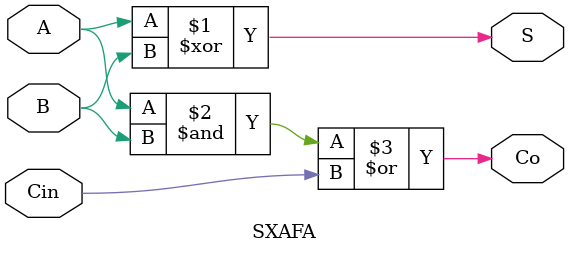
<source format=v>
module SXAFA (A,B,Cin,S,Co);
  input A,B,Cin;
  output S,Co;

  assign S=A^B;
  assign Co=(A&B)|Cin;
  
endmodule
</source>
